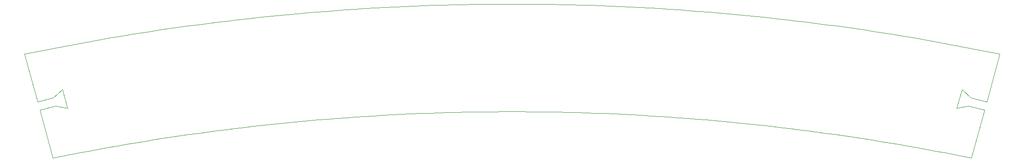
<source format=gbr>
G04 #@! TF.GenerationSoftware,KiCad,Pcbnew,(5.0.1)-4*
G04 #@! TF.CreationDate,2018-11-24T23:15:51-05:00*
G04 #@! TF.ProjectId,strutA,7374727574412E6B696361645F706362,rev?*
G04 #@! TF.SameCoordinates,Original*
G04 #@! TF.FileFunction,Profile,NP*
%FSLAX46Y46*%
G04 Gerber Fmt 4.6, Leading zero omitted, Abs format (unit mm)*
G04 Created by KiCad (PCBNEW (5.0.1)-4) date 2018-11-24 11:15:51 PM*
%MOMM*%
%LPD*%
G01*
G04 APERTURE LIST*
%ADD10C,0.050000*%
G04 APERTURE END LIST*
D10*
X125260000Y-162100000D02*
X125260000Y-162100000D01*
X125260000Y-162100000D02*
X126930000Y-161760000D01*
X126930000Y-161760000D02*
X128610000Y-161430000D01*
X128610000Y-161430000D02*
X130280000Y-161100000D01*
X130280000Y-161100000D02*
X131960000Y-160780000D01*
X131960000Y-160780000D02*
X133630000Y-160470000D01*
X133630000Y-160470000D02*
X135310000Y-160160000D01*
X135310000Y-160160000D02*
X136990000Y-159860000D01*
X136990000Y-159860000D02*
X138670000Y-159570000D01*
X138670000Y-159570000D02*
X140360000Y-159280000D01*
X140360000Y-159280000D02*
X142040000Y-159000000D01*
X142040000Y-159000000D02*
X143720000Y-158730000D01*
X143720000Y-158730000D02*
X145410000Y-158460000D01*
X145410000Y-158460000D02*
X147100000Y-158200000D01*
X147100000Y-158200000D02*
X148780000Y-157950000D01*
X148780000Y-157950000D02*
X150470000Y-157710000D01*
X150470000Y-157710000D02*
X152160000Y-157470000D01*
X152160000Y-157470000D02*
X153850000Y-157240000D01*
X153850000Y-157240000D02*
X155550000Y-157010000D01*
X155550000Y-157010000D02*
X157240000Y-156800000D01*
X157240000Y-156800000D02*
X158930000Y-156580000D01*
X158930000Y-156580000D02*
X160630000Y-156380000D01*
X160630000Y-156380000D02*
X162320000Y-156180000D01*
X162320000Y-156180000D02*
X164020000Y-155990000D01*
X164020000Y-155990000D02*
X165710000Y-155810000D01*
X165710000Y-155810000D02*
X167410000Y-155630000D01*
X167410000Y-155630000D02*
X169110000Y-155470000D01*
X169110000Y-155470000D02*
X170810000Y-155300000D01*
X170810000Y-155300000D02*
X172510000Y-155150000D01*
X172510000Y-155150000D02*
X174210000Y-155000000D01*
X174210000Y-155000000D02*
X175910000Y-154860000D01*
X175910000Y-154860000D02*
X177610000Y-154720000D01*
X177610000Y-154720000D02*
X179310000Y-154590000D01*
X179310000Y-154590000D02*
X181010000Y-154470000D01*
X181010000Y-154470000D02*
X182710000Y-154360000D01*
X182710000Y-154360000D02*
X184420000Y-154250000D01*
X184420000Y-154250000D02*
X186120000Y-154150000D01*
X186120000Y-154150000D02*
X187830000Y-154060000D01*
X187830000Y-154060000D02*
X189530000Y-153970000D01*
X189530000Y-153970000D02*
X191230000Y-153890000D01*
X191230000Y-153890000D02*
X192940000Y-153820000D01*
X192940000Y-153820000D02*
X194640000Y-153750000D01*
X194640000Y-153750000D02*
X196350000Y-153690000D01*
X196350000Y-153690000D02*
X198060000Y-153640000D01*
X198060000Y-153640000D02*
X199760000Y-153600000D01*
X199760000Y-153600000D02*
X201470000Y-153560000D01*
X201470000Y-153560000D02*
X203170000Y-153530000D01*
X203170000Y-153530000D02*
X204880000Y-153500000D01*
X204880000Y-153500000D02*
X206590000Y-153490000D01*
X206590000Y-153490000D02*
X208290000Y-153480000D01*
X208290000Y-153480000D02*
X210000000Y-153470000D01*
X210000000Y-153470000D02*
X211710000Y-153480000D01*
X211710000Y-153480000D02*
X213410000Y-153490000D01*
X213410000Y-153490000D02*
X215120000Y-153500000D01*
X215120000Y-153500000D02*
X216830000Y-153530000D01*
X216830000Y-153530000D02*
X218530000Y-153560000D01*
X218530000Y-153560000D02*
X220240000Y-153600000D01*
X220240000Y-153600000D02*
X221940000Y-153640000D01*
X221940000Y-153640000D02*
X223650000Y-153690000D01*
X223650000Y-153690000D02*
X225350000Y-153750000D01*
X225350000Y-153750000D02*
X227060000Y-153820000D01*
X227060000Y-153820000D02*
X228760000Y-153890000D01*
X228760000Y-153890000D02*
X230470000Y-153970000D01*
X230470000Y-153970000D02*
X232170000Y-154060000D01*
X232170000Y-154060000D02*
X233880000Y-154150000D01*
X233880000Y-154150000D02*
X235580000Y-154250000D01*
X235580000Y-154250000D02*
X237280000Y-154360000D01*
X237280000Y-154360000D02*
X238990000Y-154470000D01*
X238990000Y-154470000D02*
X240690000Y-154590000D01*
X240690000Y-154590000D02*
X242390000Y-154720000D01*
X242390000Y-154720000D02*
X244090000Y-154860000D01*
X244090000Y-154860000D02*
X245790000Y-155000000D01*
X245790000Y-155000000D02*
X247490000Y-155150000D01*
X247490000Y-155150000D02*
X249190000Y-155300000D01*
X249190000Y-155300000D02*
X250890000Y-155470000D01*
X250890000Y-155470000D02*
X252590000Y-155630000D01*
X252590000Y-155630000D02*
X254290000Y-155810000D01*
X254290000Y-155810000D02*
X255980000Y-155990000D01*
X255980000Y-155990000D02*
X257680000Y-156180000D01*
X257680000Y-156180000D02*
X259370000Y-156380000D01*
X259370000Y-156380000D02*
X261070000Y-156580000D01*
X261070000Y-156580000D02*
X262760000Y-156800000D01*
X262760000Y-156800000D02*
X264450000Y-157010000D01*
X264450000Y-157010000D02*
X266140000Y-157240000D01*
X266140000Y-157240000D02*
X267840000Y-157470000D01*
X267840000Y-157470000D02*
X269530000Y-157710000D01*
X269530000Y-157710000D02*
X271210000Y-157950000D01*
X271210000Y-157950000D02*
X272900000Y-158200000D01*
X272900000Y-158200000D02*
X274590000Y-158460000D01*
X274590000Y-158460000D02*
X276270000Y-158730000D01*
X276270000Y-158730000D02*
X277960000Y-159000000D01*
X277960000Y-159000000D02*
X279640000Y-159280000D01*
X279640000Y-159280000D02*
X281320000Y-159570000D01*
X281320000Y-159570000D02*
X283010000Y-159860000D01*
X283010000Y-159860000D02*
X284690000Y-160160000D01*
X284690000Y-160160000D02*
X286360000Y-160470000D01*
X286360000Y-160470000D02*
X288040000Y-160780000D01*
X288040000Y-160780000D02*
X289720000Y-161100000D01*
X289720000Y-161100000D02*
X291390000Y-161430000D01*
X291390000Y-161430000D02*
X293070000Y-161760000D01*
X294740000Y-162100000D02*
X293070000Y-161760000D01*
X125260000Y-162100000D02*
X125260000Y-162100000D01*
X125260000Y-162100000D02*
X122850000Y-153220000D01*
X122850000Y-153220000D02*
X125750000Y-152440000D01*
X125750000Y-152440000D02*
X127940000Y-152880000D01*
X127940000Y-152880000D02*
X127000000Y-149410000D01*
X127000000Y-149410000D02*
X125330000Y-150890000D01*
X125330000Y-150890000D02*
X122430000Y-151680000D01*
X122430000Y-151680000D02*
X120020000Y-142800000D01*
X299980000Y-142800000D02*
X299980000Y-142800000D01*
X299980000Y-142800000D02*
X298210000Y-142430000D01*
X298210000Y-142430000D02*
X296430000Y-142070000D01*
X296430000Y-142070000D02*
X294650000Y-141720000D01*
X294650000Y-141720000D02*
X292870000Y-141380000D01*
X292870000Y-141380000D02*
X291090000Y-141040000D01*
X291090000Y-141040000D02*
X289310000Y-140710000D01*
X289310000Y-140710000D02*
X287530000Y-140390000D01*
X287530000Y-140390000D02*
X285740000Y-140070000D01*
X285740000Y-140070000D02*
X283960000Y-139760000D01*
X283960000Y-139760000D02*
X282170000Y-139460000D01*
X282170000Y-139460000D02*
X280380000Y-139170000D01*
X280380000Y-139170000D02*
X278590000Y-138880000D01*
X278590000Y-138880000D02*
X276800000Y-138610000D01*
X276800000Y-138610000D02*
X275010000Y-138330000D01*
X275010000Y-138330000D02*
X273210000Y-138070000D01*
X273210000Y-138070000D02*
X271420000Y-137810000D01*
X271420000Y-137810000D02*
X269630000Y-137560000D01*
X269630000Y-137560000D02*
X267830000Y-137320000D01*
X267830000Y-137320000D02*
X266030000Y-137090000D01*
X266030000Y-137090000D02*
X264230000Y-136860000D01*
X264230000Y-136860000D02*
X262430000Y-136640000D01*
X262430000Y-136640000D02*
X260630000Y-136430000D01*
X260630000Y-136430000D02*
X258830000Y-136230000D01*
X258830000Y-136230000D02*
X257030000Y-136030000D01*
X257030000Y-136030000D02*
X255230000Y-135840000D01*
X255230000Y-135840000D02*
X253430000Y-135660000D01*
X253430000Y-135660000D02*
X251620000Y-135480000D01*
X251620000Y-135480000D02*
X249820000Y-135310000D01*
X249820000Y-135310000D02*
X248010000Y-135150000D01*
X248010000Y-135150000D02*
X246210000Y-135000000D01*
X246210000Y-135000000D02*
X244400000Y-134860000D01*
X244400000Y-134860000D02*
X242590000Y-134720000D01*
X242590000Y-134720000D02*
X240790000Y-134590000D01*
X240790000Y-134590000D02*
X238980000Y-134460000D01*
X238980000Y-134460000D02*
X237170000Y-134350000D01*
X237170000Y-134350000D02*
X235360000Y-134240000D01*
X235360000Y-134240000D02*
X233550000Y-134140000D01*
X233550000Y-134140000D02*
X231740000Y-134050000D01*
X231740000Y-134050000D02*
X229930000Y-133960000D01*
X229930000Y-133960000D02*
X228120000Y-133880000D01*
X228120000Y-133880000D02*
X226310000Y-133810000D01*
X226310000Y-133810000D02*
X224500000Y-133750000D01*
X224500000Y-133750000D02*
X222690000Y-133690000D01*
X222690000Y-133690000D02*
X220880000Y-133640000D01*
X220880000Y-133640000D02*
X219060000Y-133600000D01*
X219060000Y-133600000D02*
X217250000Y-133570000D01*
X217250000Y-133570000D02*
X215440000Y-133540000D01*
X215440000Y-133540000D02*
X213630000Y-133530000D01*
X213630000Y-133530000D02*
X211810000Y-133510000D01*
X211810000Y-133510000D02*
X210000000Y-133510000D01*
X210000000Y-133510000D02*
X208190000Y-133510000D01*
X208190000Y-133510000D02*
X206380000Y-133530000D01*
X206380000Y-133530000D02*
X204570000Y-133540000D01*
X204570000Y-133540000D02*
X202750000Y-133570000D01*
X202750000Y-133570000D02*
X200940000Y-133600000D01*
X200940000Y-133600000D02*
X199130000Y-133640000D01*
X199130000Y-133640000D02*
X197320000Y-133690000D01*
X197320000Y-133690000D02*
X195510000Y-133750000D01*
X195510000Y-133750000D02*
X193700000Y-133810000D01*
X193700000Y-133810000D02*
X191880000Y-133880000D01*
X191880000Y-133880000D02*
X190070000Y-133960000D01*
X190070000Y-133960000D02*
X188260000Y-134050000D01*
X188260000Y-134050000D02*
X186450000Y-134140000D01*
X186450000Y-134140000D02*
X184640000Y-134240000D01*
X184640000Y-134240000D02*
X182830000Y-134350000D01*
X182830000Y-134350000D02*
X181030000Y-134460000D01*
X181030000Y-134460000D02*
X179220000Y-134590000D01*
X179220000Y-134590000D02*
X177410000Y-134720000D01*
X177410000Y-134720000D02*
X175600000Y-134860000D01*
X175600000Y-134860000D02*
X173800000Y-135000000D01*
X173800000Y-135000000D02*
X171990000Y-135150000D01*
X171990000Y-135150000D02*
X170190000Y-135310000D01*
X170190000Y-135310000D02*
X168380000Y-135480000D01*
X168380000Y-135480000D02*
X166580000Y-135660000D01*
X166580000Y-135660000D02*
X164770000Y-135840000D01*
X164770000Y-135840000D02*
X162970000Y-136030000D01*
X162970000Y-136030000D02*
X161170000Y-136230000D01*
X161170000Y-136230000D02*
X159370000Y-136430000D01*
X159370000Y-136430000D02*
X157570000Y-136640000D01*
X157570000Y-136640000D02*
X155770000Y-136860000D01*
X155770000Y-136860000D02*
X153970000Y-137090000D01*
X153970000Y-137090000D02*
X152180000Y-137320000D01*
X152180000Y-137320000D02*
X150380000Y-137560000D01*
X150380000Y-137560000D02*
X148580000Y-137810000D01*
X148580000Y-137810000D02*
X146790000Y-138070000D01*
X146790000Y-138070000D02*
X145000000Y-138330000D01*
X145000000Y-138330000D02*
X143210000Y-138600000D01*
X143210000Y-138600000D02*
X141410000Y-138880000D01*
X141410000Y-138880000D02*
X139620000Y-139170000D01*
X139620000Y-139170000D02*
X137840000Y-139460000D01*
X137840000Y-139460000D02*
X136050000Y-139760000D01*
X136050000Y-139760000D02*
X134260000Y-140070000D01*
X134260000Y-140070000D02*
X132480000Y-140390000D01*
X132480000Y-140390000D02*
X130700000Y-140710000D01*
X130700000Y-140710000D02*
X128910000Y-141040000D01*
X128910000Y-141040000D02*
X127130000Y-141380000D01*
X127130000Y-141380000D02*
X125350000Y-141720000D01*
X125350000Y-141720000D02*
X123580000Y-142070000D01*
X123580000Y-142070000D02*
X121800000Y-142430000D01*
X120020000Y-142800000D02*
X121800000Y-142430000D01*
X299980000Y-142800000D02*
X299980000Y-142800000D01*
X299980000Y-142800000D02*
X297570000Y-151680000D01*
X297570000Y-151680000D02*
X294670000Y-150890000D01*
X294670000Y-150890000D02*
X293000000Y-149410000D01*
X293000000Y-149410000D02*
X292060000Y-152880000D01*
X292060000Y-152880000D02*
X294250000Y-152440000D01*
X294250000Y-152440000D02*
X297150000Y-153220000D01*
X297150000Y-153220000D02*
X294740000Y-162100000D01*
M02*

</source>
